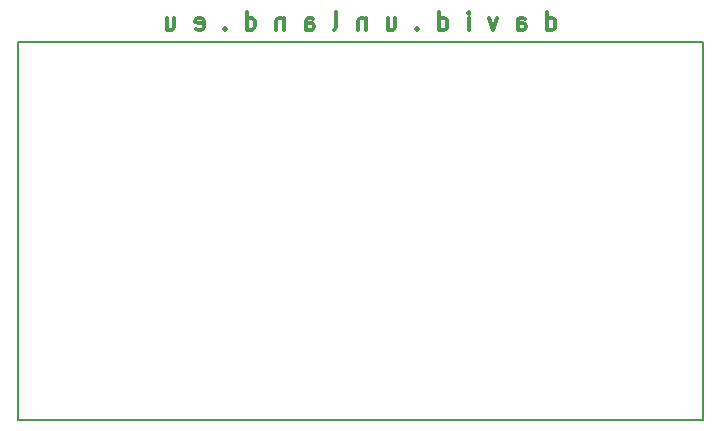
<source format=gbr>
G04 #@! TF.FileFunction,Legend,Bot*
%FSLAX46Y46*%
G04 Gerber Fmt 4.6, Leading zero omitted, Abs format (unit mm)*
G04 Created by KiCad (PCBNEW 4.0.7) date 07/15/18 17:53:39*
%MOMM*%
%LPD*%
G01*
G04 APERTURE LIST*
%ADD10C,0.100000*%
%ADD11C,0.300000*%
%ADD12C,0.150000*%
G04 APERTURE END LIST*
D10*
D11*
X165785714Y-82974571D02*
X165785714Y-81474571D01*
X165785714Y-82903143D02*
X165928571Y-82974571D01*
X166214285Y-82974571D01*
X166357143Y-82903143D01*
X166428571Y-82831714D01*
X166500000Y-82688857D01*
X166500000Y-82260286D01*
X166428571Y-82117429D01*
X166357143Y-82046000D01*
X166214285Y-81974571D01*
X165928571Y-81974571D01*
X165785714Y-82046000D01*
X163285714Y-82974571D02*
X163285714Y-82188857D01*
X163357143Y-82046000D01*
X163500000Y-81974571D01*
X163785714Y-81974571D01*
X163928571Y-82046000D01*
X163285714Y-82903143D02*
X163428571Y-82974571D01*
X163785714Y-82974571D01*
X163928571Y-82903143D01*
X164000000Y-82760286D01*
X164000000Y-82617429D01*
X163928571Y-82474571D01*
X163785714Y-82403143D01*
X163428571Y-82403143D01*
X163285714Y-82331714D01*
X161571428Y-81974571D02*
X161214285Y-82974571D01*
X160857143Y-81974571D01*
X159142857Y-82974571D02*
X159142857Y-81974571D01*
X159142857Y-81474571D02*
X159214286Y-81546000D01*
X159142857Y-81617429D01*
X159071429Y-81546000D01*
X159142857Y-81474571D01*
X159142857Y-81617429D01*
X156642857Y-82974571D02*
X156642857Y-81474571D01*
X156642857Y-82903143D02*
X156785714Y-82974571D01*
X157071428Y-82974571D01*
X157214286Y-82903143D01*
X157285714Y-82831714D01*
X157357143Y-82688857D01*
X157357143Y-82260286D01*
X157285714Y-82117429D01*
X157214286Y-82046000D01*
X157071428Y-81974571D01*
X156785714Y-81974571D01*
X156642857Y-82046000D01*
X154785714Y-82831714D02*
X154714286Y-82903143D01*
X154785714Y-82974571D01*
X154857143Y-82903143D01*
X154785714Y-82831714D01*
X154785714Y-82974571D01*
X152285714Y-81974571D02*
X152285714Y-82974571D01*
X152928571Y-81974571D02*
X152928571Y-82760286D01*
X152857143Y-82903143D01*
X152714285Y-82974571D01*
X152500000Y-82974571D01*
X152357143Y-82903143D01*
X152285714Y-82831714D01*
X150428571Y-81974571D02*
X150428571Y-82974571D01*
X150428571Y-82117429D02*
X150357143Y-82046000D01*
X150214285Y-81974571D01*
X150000000Y-81974571D01*
X149857143Y-82046000D01*
X149785714Y-82188857D01*
X149785714Y-82974571D01*
X147714285Y-82974571D02*
X147857143Y-82903143D01*
X147928571Y-82760286D01*
X147928571Y-81474571D01*
X145357143Y-82974571D02*
X145357143Y-82188857D01*
X145428572Y-82046000D01*
X145571429Y-81974571D01*
X145857143Y-81974571D01*
X146000000Y-82046000D01*
X145357143Y-82903143D02*
X145500000Y-82974571D01*
X145857143Y-82974571D01*
X146000000Y-82903143D01*
X146071429Y-82760286D01*
X146071429Y-82617429D01*
X146000000Y-82474571D01*
X145857143Y-82403143D01*
X145500000Y-82403143D01*
X145357143Y-82331714D01*
X143500000Y-81974571D02*
X143500000Y-82974571D01*
X143500000Y-82117429D02*
X143428572Y-82046000D01*
X143285714Y-81974571D01*
X143071429Y-81974571D01*
X142928572Y-82046000D01*
X142857143Y-82188857D01*
X142857143Y-82974571D01*
X140357143Y-82974571D02*
X140357143Y-81474571D01*
X140357143Y-82903143D02*
X140500000Y-82974571D01*
X140785714Y-82974571D01*
X140928572Y-82903143D01*
X141000000Y-82831714D01*
X141071429Y-82688857D01*
X141071429Y-82260286D01*
X141000000Y-82117429D01*
X140928572Y-82046000D01*
X140785714Y-81974571D01*
X140500000Y-81974571D01*
X140357143Y-82046000D01*
X138500000Y-82831714D02*
X138428572Y-82903143D01*
X138500000Y-82974571D01*
X138571429Y-82903143D01*
X138500000Y-82831714D01*
X138500000Y-82974571D01*
X136071429Y-82903143D02*
X136214286Y-82974571D01*
X136500000Y-82974571D01*
X136642857Y-82903143D01*
X136714286Y-82760286D01*
X136714286Y-82188857D01*
X136642857Y-82046000D01*
X136500000Y-81974571D01*
X136214286Y-81974571D01*
X136071429Y-82046000D01*
X136000000Y-82188857D01*
X136000000Y-82331714D01*
X136714286Y-82474571D01*
X133571429Y-81974571D02*
X133571429Y-82974571D01*
X134214286Y-81974571D02*
X134214286Y-82760286D01*
X134142858Y-82903143D01*
X134000000Y-82974571D01*
X133785715Y-82974571D01*
X133642858Y-82903143D01*
X133571429Y-82831714D01*
D12*
X121000000Y-84000000D02*
X179000000Y-84000000D01*
X121000000Y-116000000D02*
X121000000Y-84000000D01*
X121000000Y-116000000D02*
X179000000Y-116000000D01*
X179000000Y-84000000D02*
X179000000Y-116000000D01*
M02*

</source>
